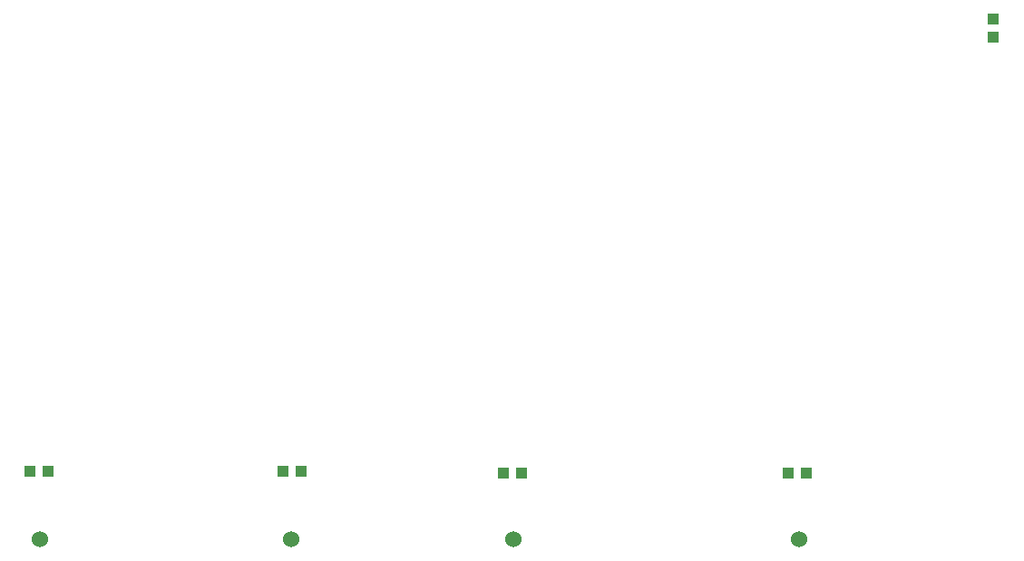
<source format=gtp>
G04*
G04 #@! TF.GenerationSoftware,Altium Limited,Altium Designer,19.1.5 (86)*
G04*
G04 Layer_Color=8421504*
%FSLAX24Y24*%
%MOIN*%
G70*
G01*
G75*
%ADD16R,0.0394X0.0433*%
%ADD17C,0.0600*%
%ADD18R,0.0433X0.0394*%
D16*
X43169Y5450D02*
D03*
X42500D02*
D03*
X15300Y5500D02*
D03*
X14631D02*
D03*
X32031Y5450D02*
D03*
X32700D02*
D03*
X23931Y5500D02*
D03*
X24600D02*
D03*
D17*
X42900Y3000D02*
D03*
X24250D02*
D03*
X32400D02*
D03*
X15000D02*
D03*
D18*
X50050Y22150D02*
D03*
Y21481D02*
D03*
M02*

</source>
